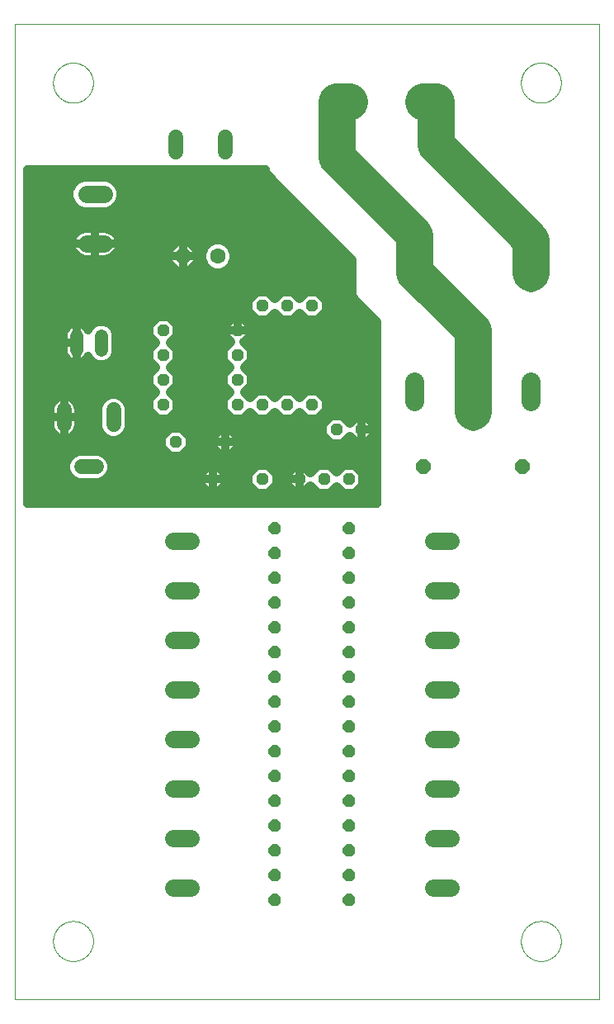
<source format=gbl>
G75*
%MOIN*%
%OFA0B0*%
%FSLAX25Y25*%
%IPPOS*%
%LPD*%
%AMOC8*
5,1,8,0,0,1.08239X$1,22.5*
%
%ADD10C,0.00000*%
%ADD11OC8,0.06300*%
%ADD12C,0.06300*%
%ADD13OC8,0.04800*%
%ADD14C,0.07050*%
%ADD15OC8,0.05906*%
%ADD16OC8,0.05000*%
%ADD17C,0.07800*%
%ADD18OC8,0.04724*%
%ADD19C,0.06000*%
%ADD20OC8,0.06000*%
%ADD21C,0.05400*%
%ADD22C,0.03200*%
%ADD23C,0.07087*%
%ADD24C,0.15000*%
D10*
X0001256Y0001256D02*
X0001256Y0394957D01*
X0237476Y0394957D01*
X0237476Y0001256D01*
X0001256Y0001256D01*
X0016807Y0024878D02*
X0016809Y0025076D01*
X0016817Y0025274D01*
X0016829Y0025472D01*
X0016846Y0025669D01*
X0016868Y0025866D01*
X0016894Y0026062D01*
X0016926Y0026258D01*
X0016962Y0026453D01*
X0017003Y0026646D01*
X0017049Y0026839D01*
X0017099Y0027031D01*
X0017155Y0027221D01*
X0017214Y0027410D01*
X0017279Y0027597D01*
X0017348Y0027783D01*
X0017421Y0027967D01*
X0017499Y0028149D01*
X0017582Y0028329D01*
X0017669Y0028507D01*
X0017760Y0028683D01*
X0017856Y0028856D01*
X0017955Y0029027D01*
X0018059Y0029196D01*
X0018167Y0029362D01*
X0018279Y0029525D01*
X0018395Y0029686D01*
X0018515Y0029844D01*
X0018639Y0029998D01*
X0018767Y0030150D01*
X0018898Y0030298D01*
X0019033Y0030443D01*
X0019171Y0030585D01*
X0019313Y0030723D01*
X0019458Y0030858D01*
X0019606Y0030989D01*
X0019758Y0031117D01*
X0019912Y0031241D01*
X0020070Y0031361D01*
X0020231Y0031477D01*
X0020394Y0031589D01*
X0020560Y0031697D01*
X0020729Y0031801D01*
X0020900Y0031900D01*
X0021073Y0031996D01*
X0021249Y0032087D01*
X0021427Y0032174D01*
X0021607Y0032257D01*
X0021789Y0032335D01*
X0021973Y0032408D01*
X0022159Y0032477D01*
X0022346Y0032542D01*
X0022535Y0032601D01*
X0022725Y0032657D01*
X0022917Y0032707D01*
X0023110Y0032753D01*
X0023303Y0032794D01*
X0023498Y0032830D01*
X0023694Y0032862D01*
X0023890Y0032888D01*
X0024087Y0032910D01*
X0024284Y0032927D01*
X0024482Y0032939D01*
X0024680Y0032947D01*
X0024878Y0032949D01*
X0025076Y0032947D01*
X0025274Y0032939D01*
X0025472Y0032927D01*
X0025669Y0032910D01*
X0025866Y0032888D01*
X0026062Y0032862D01*
X0026258Y0032830D01*
X0026453Y0032794D01*
X0026646Y0032753D01*
X0026839Y0032707D01*
X0027031Y0032657D01*
X0027221Y0032601D01*
X0027410Y0032542D01*
X0027597Y0032477D01*
X0027783Y0032408D01*
X0027967Y0032335D01*
X0028149Y0032257D01*
X0028329Y0032174D01*
X0028507Y0032087D01*
X0028683Y0031996D01*
X0028856Y0031900D01*
X0029027Y0031801D01*
X0029196Y0031697D01*
X0029362Y0031589D01*
X0029525Y0031477D01*
X0029686Y0031361D01*
X0029844Y0031241D01*
X0029998Y0031117D01*
X0030150Y0030989D01*
X0030298Y0030858D01*
X0030443Y0030723D01*
X0030585Y0030585D01*
X0030723Y0030443D01*
X0030858Y0030298D01*
X0030989Y0030150D01*
X0031117Y0029998D01*
X0031241Y0029844D01*
X0031361Y0029686D01*
X0031477Y0029525D01*
X0031589Y0029362D01*
X0031697Y0029196D01*
X0031801Y0029027D01*
X0031900Y0028856D01*
X0031996Y0028683D01*
X0032087Y0028507D01*
X0032174Y0028329D01*
X0032257Y0028149D01*
X0032335Y0027967D01*
X0032408Y0027783D01*
X0032477Y0027597D01*
X0032542Y0027410D01*
X0032601Y0027221D01*
X0032657Y0027031D01*
X0032707Y0026839D01*
X0032753Y0026646D01*
X0032794Y0026453D01*
X0032830Y0026258D01*
X0032862Y0026062D01*
X0032888Y0025866D01*
X0032910Y0025669D01*
X0032927Y0025472D01*
X0032939Y0025274D01*
X0032947Y0025076D01*
X0032949Y0024878D01*
X0032947Y0024680D01*
X0032939Y0024482D01*
X0032927Y0024284D01*
X0032910Y0024087D01*
X0032888Y0023890D01*
X0032862Y0023694D01*
X0032830Y0023498D01*
X0032794Y0023303D01*
X0032753Y0023110D01*
X0032707Y0022917D01*
X0032657Y0022725D01*
X0032601Y0022535D01*
X0032542Y0022346D01*
X0032477Y0022159D01*
X0032408Y0021973D01*
X0032335Y0021789D01*
X0032257Y0021607D01*
X0032174Y0021427D01*
X0032087Y0021249D01*
X0031996Y0021073D01*
X0031900Y0020900D01*
X0031801Y0020729D01*
X0031697Y0020560D01*
X0031589Y0020394D01*
X0031477Y0020231D01*
X0031361Y0020070D01*
X0031241Y0019912D01*
X0031117Y0019758D01*
X0030989Y0019606D01*
X0030858Y0019458D01*
X0030723Y0019313D01*
X0030585Y0019171D01*
X0030443Y0019033D01*
X0030298Y0018898D01*
X0030150Y0018767D01*
X0029998Y0018639D01*
X0029844Y0018515D01*
X0029686Y0018395D01*
X0029525Y0018279D01*
X0029362Y0018167D01*
X0029196Y0018059D01*
X0029027Y0017955D01*
X0028856Y0017856D01*
X0028683Y0017760D01*
X0028507Y0017669D01*
X0028329Y0017582D01*
X0028149Y0017499D01*
X0027967Y0017421D01*
X0027783Y0017348D01*
X0027597Y0017279D01*
X0027410Y0017214D01*
X0027221Y0017155D01*
X0027031Y0017099D01*
X0026839Y0017049D01*
X0026646Y0017003D01*
X0026453Y0016962D01*
X0026258Y0016926D01*
X0026062Y0016894D01*
X0025866Y0016868D01*
X0025669Y0016846D01*
X0025472Y0016829D01*
X0025274Y0016817D01*
X0025076Y0016809D01*
X0024878Y0016807D01*
X0024680Y0016809D01*
X0024482Y0016817D01*
X0024284Y0016829D01*
X0024087Y0016846D01*
X0023890Y0016868D01*
X0023694Y0016894D01*
X0023498Y0016926D01*
X0023303Y0016962D01*
X0023110Y0017003D01*
X0022917Y0017049D01*
X0022725Y0017099D01*
X0022535Y0017155D01*
X0022346Y0017214D01*
X0022159Y0017279D01*
X0021973Y0017348D01*
X0021789Y0017421D01*
X0021607Y0017499D01*
X0021427Y0017582D01*
X0021249Y0017669D01*
X0021073Y0017760D01*
X0020900Y0017856D01*
X0020729Y0017955D01*
X0020560Y0018059D01*
X0020394Y0018167D01*
X0020231Y0018279D01*
X0020070Y0018395D01*
X0019912Y0018515D01*
X0019758Y0018639D01*
X0019606Y0018767D01*
X0019458Y0018898D01*
X0019313Y0019033D01*
X0019171Y0019171D01*
X0019033Y0019313D01*
X0018898Y0019458D01*
X0018767Y0019606D01*
X0018639Y0019758D01*
X0018515Y0019912D01*
X0018395Y0020070D01*
X0018279Y0020231D01*
X0018167Y0020394D01*
X0018059Y0020560D01*
X0017955Y0020729D01*
X0017856Y0020900D01*
X0017760Y0021073D01*
X0017669Y0021249D01*
X0017582Y0021427D01*
X0017499Y0021607D01*
X0017421Y0021789D01*
X0017348Y0021973D01*
X0017279Y0022159D01*
X0017214Y0022346D01*
X0017155Y0022535D01*
X0017099Y0022725D01*
X0017049Y0022917D01*
X0017003Y0023110D01*
X0016962Y0023303D01*
X0016926Y0023498D01*
X0016894Y0023694D01*
X0016868Y0023890D01*
X0016846Y0024087D01*
X0016829Y0024284D01*
X0016817Y0024482D01*
X0016809Y0024680D01*
X0016807Y0024878D01*
X0205783Y0024878D02*
X0205785Y0025076D01*
X0205793Y0025274D01*
X0205805Y0025472D01*
X0205822Y0025669D01*
X0205844Y0025866D01*
X0205870Y0026062D01*
X0205902Y0026258D01*
X0205938Y0026453D01*
X0205979Y0026646D01*
X0206025Y0026839D01*
X0206075Y0027031D01*
X0206131Y0027221D01*
X0206190Y0027410D01*
X0206255Y0027597D01*
X0206324Y0027783D01*
X0206397Y0027967D01*
X0206475Y0028149D01*
X0206558Y0028329D01*
X0206645Y0028507D01*
X0206736Y0028683D01*
X0206832Y0028856D01*
X0206931Y0029027D01*
X0207035Y0029196D01*
X0207143Y0029362D01*
X0207255Y0029525D01*
X0207371Y0029686D01*
X0207491Y0029844D01*
X0207615Y0029998D01*
X0207743Y0030150D01*
X0207874Y0030298D01*
X0208009Y0030443D01*
X0208147Y0030585D01*
X0208289Y0030723D01*
X0208434Y0030858D01*
X0208582Y0030989D01*
X0208734Y0031117D01*
X0208888Y0031241D01*
X0209046Y0031361D01*
X0209207Y0031477D01*
X0209370Y0031589D01*
X0209536Y0031697D01*
X0209705Y0031801D01*
X0209876Y0031900D01*
X0210049Y0031996D01*
X0210225Y0032087D01*
X0210403Y0032174D01*
X0210583Y0032257D01*
X0210765Y0032335D01*
X0210949Y0032408D01*
X0211135Y0032477D01*
X0211322Y0032542D01*
X0211511Y0032601D01*
X0211701Y0032657D01*
X0211893Y0032707D01*
X0212086Y0032753D01*
X0212279Y0032794D01*
X0212474Y0032830D01*
X0212670Y0032862D01*
X0212866Y0032888D01*
X0213063Y0032910D01*
X0213260Y0032927D01*
X0213458Y0032939D01*
X0213656Y0032947D01*
X0213854Y0032949D01*
X0214052Y0032947D01*
X0214250Y0032939D01*
X0214448Y0032927D01*
X0214645Y0032910D01*
X0214842Y0032888D01*
X0215038Y0032862D01*
X0215234Y0032830D01*
X0215429Y0032794D01*
X0215622Y0032753D01*
X0215815Y0032707D01*
X0216007Y0032657D01*
X0216197Y0032601D01*
X0216386Y0032542D01*
X0216573Y0032477D01*
X0216759Y0032408D01*
X0216943Y0032335D01*
X0217125Y0032257D01*
X0217305Y0032174D01*
X0217483Y0032087D01*
X0217659Y0031996D01*
X0217832Y0031900D01*
X0218003Y0031801D01*
X0218172Y0031697D01*
X0218338Y0031589D01*
X0218501Y0031477D01*
X0218662Y0031361D01*
X0218820Y0031241D01*
X0218974Y0031117D01*
X0219126Y0030989D01*
X0219274Y0030858D01*
X0219419Y0030723D01*
X0219561Y0030585D01*
X0219699Y0030443D01*
X0219834Y0030298D01*
X0219965Y0030150D01*
X0220093Y0029998D01*
X0220217Y0029844D01*
X0220337Y0029686D01*
X0220453Y0029525D01*
X0220565Y0029362D01*
X0220673Y0029196D01*
X0220777Y0029027D01*
X0220876Y0028856D01*
X0220972Y0028683D01*
X0221063Y0028507D01*
X0221150Y0028329D01*
X0221233Y0028149D01*
X0221311Y0027967D01*
X0221384Y0027783D01*
X0221453Y0027597D01*
X0221518Y0027410D01*
X0221577Y0027221D01*
X0221633Y0027031D01*
X0221683Y0026839D01*
X0221729Y0026646D01*
X0221770Y0026453D01*
X0221806Y0026258D01*
X0221838Y0026062D01*
X0221864Y0025866D01*
X0221886Y0025669D01*
X0221903Y0025472D01*
X0221915Y0025274D01*
X0221923Y0025076D01*
X0221925Y0024878D01*
X0221923Y0024680D01*
X0221915Y0024482D01*
X0221903Y0024284D01*
X0221886Y0024087D01*
X0221864Y0023890D01*
X0221838Y0023694D01*
X0221806Y0023498D01*
X0221770Y0023303D01*
X0221729Y0023110D01*
X0221683Y0022917D01*
X0221633Y0022725D01*
X0221577Y0022535D01*
X0221518Y0022346D01*
X0221453Y0022159D01*
X0221384Y0021973D01*
X0221311Y0021789D01*
X0221233Y0021607D01*
X0221150Y0021427D01*
X0221063Y0021249D01*
X0220972Y0021073D01*
X0220876Y0020900D01*
X0220777Y0020729D01*
X0220673Y0020560D01*
X0220565Y0020394D01*
X0220453Y0020231D01*
X0220337Y0020070D01*
X0220217Y0019912D01*
X0220093Y0019758D01*
X0219965Y0019606D01*
X0219834Y0019458D01*
X0219699Y0019313D01*
X0219561Y0019171D01*
X0219419Y0019033D01*
X0219274Y0018898D01*
X0219126Y0018767D01*
X0218974Y0018639D01*
X0218820Y0018515D01*
X0218662Y0018395D01*
X0218501Y0018279D01*
X0218338Y0018167D01*
X0218172Y0018059D01*
X0218003Y0017955D01*
X0217832Y0017856D01*
X0217659Y0017760D01*
X0217483Y0017669D01*
X0217305Y0017582D01*
X0217125Y0017499D01*
X0216943Y0017421D01*
X0216759Y0017348D01*
X0216573Y0017279D01*
X0216386Y0017214D01*
X0216197Y0017155D01*
X0216007Y0017099D01*
X0215815Y0017049D01*
X0215622Y0017003D01*
X0215429Y0016962D01*
X0215234Y0016926D01*
X0215038Y0016894D01*
X0214842Y0016868D01*
X0214645Y0016846D01*
X0214448Y0016829D01*
X0214250Y0016817D01*
X0214052Y0016809D01*
X0213854Y0016807D01*
X0213656Y0016809D01*
X0213458Y0016817D01*
X0213260Y0016829D01*
X0213063Y0016846D01*
X0212866Y0016868D01*
X0212670Y0016894D01*
X0212474Y0016926D01*
X0212279Y0016962D01*
X0212086Y0017003D01*
X0211893Y0017049D01*
X0211701Y0017099D01*
X0211511Y0017155D01*
X0211322Y0017214D01*
X0211135Y0017279D01*
X0210949Y0017348D01*
X0210765Y0017421D01*
X0210583Y0017499D01*
X0210403Y0017582D01*
X0210225Y0017669D01*
X0210049Y0017760D01*
X0209876Y0017856D01*
X0209705Y0017955D01*
X0209536Y0018059D01*
X0209370Y0018167D01*
X0209207Y0018279D01*
X0209046Y0018395D01*
X0208888Y0018515D01*
X0208734Y0018639D01*
X0208582Y0018767D01*
X0208434Y0018898D01*
X0208289Y0019033D01*
X0208147Y0019171D01*
X0208009Y0019313D01*
X0207874Y0019458D01*
X0207743Y0019606D01*
X0207615Y0019758D01*
X0207491Y0019912D01*
X0207371Y0020070D01*
X0207255Y0020231D01*
X0207143Y0020394D01*
X0207035Y0020560D01*
X0206931Y0020729D01*
X0206832Y0020900D01*
X0206736Y0021073D01*
X0206645Y0021249D01*
X0206558Y0021427D01*
X0206475Y0021607D01*
X0206397Y0021789D01*
X0206324Y0021973D01*
X0206255Y0022159D01*
X0206190Y0022346D01*
X0206131Y0022535D01*
X0206075Y0022725D01*
X0206025Y0022917D01*
X0205979Y0023110D01*
X0205938Y0023303D01*
X0205902Y0023498D01*
X0205870Y0023694D01*
X0205844Y0023890D01*
X0205822Y0024087D01*
X0205805Y0024284D01*
X0205793Y0024482D01*
X0205785Y0024680D01*
X0205783Y0024878D01*
X0205783Y0371335D02*
X0205785Y0371533D01*
X0205793Y0371731D01*
X0205805Y0371929D01*
X0205822Y0372126D01*
X0205844Y0372323D01*
X0205870Y0372519D01*
X0205902Y0372715D01*
X0205938Y0372910D01*
X0205979Y0373103D01*
X0206025Y0373296D01*
X0206075Y0373488D01*
X0206131Y0373678D01*
X0206190Y0373867D01*
X0206255Y0374054D01*
X0206324Y0374240D01*
X0206397Y0374424D01*
X0206475Y0374606D01*
X0206558Y0374786D01*
X0206645Y0374964D01*
X0206736Y0375140D01*
X0206832Y0375313D01*
X0206931Y0375484D01*
X0207035Y0375653D01*
X0207143Y0375819D01*
X0207255Y0375982D01*
X0207371Y0376143D01*
X0207491Y0376301D01*
X0207615Y0376455D01*
X0207743Y0376607D01*
X0207874Y0376755D01*
X0208009Y0376900D01*
X0208147Y0377042D01*
X0208289Y0377180D01*
X0208434Y0377315D01*
X0208582Y0377446D01*
X0208734Y0377574D01*
X0208888Y0377698D01*
X0209046Y0377818D01*
X0209207Y0377934D01*
X0209370Y0378046D01*
X0209536Y0378154D01*
X0209705Y0378258D01*
X0209876Y0378357D01*
X0210049Y0378453D01*
X0210225Y0378544D01*
X0210403Y0378631D01*
X0210583Y0378714D01*
X0210765Y0378792D01*
X0210949Y0378865D01*
X0211135Y0378934D01*
X0211322Y0378999D01*
X0211511Y0379058D01*
X0211701Y0379114D01*
X0211893Y0379164D01*
X0212086Y0379210D01*
X0212279Y0379251D01*
X0212474Y0379287D01*
X0212670Y0379319D01*
X0212866Y0379345D01*
X0213063Y0379367D01*
X0213260Y0379384D01*
X0213458Y0379396D01*
X0213656Y0379404D01*
X0213854Y0379406D01*
X0214052Y0379404D01*
X0214250Y0379396D01*
X0214448Y0379384D01*
X0214645Y0379367D01*
X0214842Y0379345D01*
X0215038Y0379319D01*
X0215234Y0379287D01*
X0215429Y0379251D01*
X0215622Y0379210D01*
X0215815Y0379164D01*
X0216007Y0379114D01*
X0216197Y0379058D01*
X0216386Y0378999D01*
X0216573Y0378934D01*
X0216759Y0378865D01*
X0216943Y0378792D01*
X0217125Y0378714D01*
X0217305Y0378631D01*
X0217483Y0378544D01*
X0217659Y0378453D01*
X0217832Y0378357D01*
X0218003Y0378258D01*
X0218172Y0378154D01*
X0218338Y0378046D01*
X0218501Y0377934D01*
X0218662Y0377818D01*
X0218820Y0377698D01*
X0218974Y0377574D01*
X0219126Y0377446D01*
X0219274Y0377315D01*
X0219419Y0377180D01*
X0219561Y0377042D01*
X0219699Y0376900D01*
X0219834Y0376755D01*
X0219965Y0376607D01*
X0220093Y0376455D01*
X0220217Y0376301D01*
X0220337Y0376143D01*
X0220453Y0375982D01*
X0220565Y0375819D01*
X0220673Y0375653D01*
X0220777Y0375484D01*
X0220876Y0375313D01*
X0220972Y0375140D01*
X0221063Y0374964D01*
X0221150Y0374786D01*
X0221233Y0374606D01*
X0221311Y0374424D01*
X0221384Y0374240D01*
X0221453Y0374054D01*
X0221518Y0373867D01*
X0221577Y0373678D01*
X0221633Y0373488D01*
X0221683Y0373296D01*
X0221729Y0373103D01*
X0221770Y0372910D01*
X0221806Y0372715D01*
X0221838Y0372519D01*
X0221864Y0372323D01*
X0221886Y0372126D01*
X0221903Y0371929D01*
X0221915Y0371731D01*
X0221923Y0371533D01*
X0221925Y0371335D01*
X0221923Y0371137D01*
X0221915Y0370939D01*
X0221903Y0370741D01*
X0221886Y0370544D01*
X0221864Y0370347D01*
X0221838Y0370151D01*
X0221806Y0369955D01*
X0221770Y0369760D01*
X0221729Y0369567D01*
X0221683Y0369374D01*
X0221633Y0369182D01*
X0221577Y0368992D01*
X0221518Y0368803D01*
X0221453Y0368616D01*
X0221384Y0368430D01*
X0221311Y0368246D01*
X0221233Y0368064D01*
X0221150Y0367884D01*
X0221063Y0367706D01*
X0220972Y0367530D01*
X0220876Y0367357D01*
X0220777Y0367186D01*
X0220673Y0367017D01*
X0220565Y0366851D01*
X0220453Y0366688D01*
X0220337Y0366527D01*
X0220217Y0366369D01*
X0220093Y0366215D01*
X0219965Y0366063D01*
X0219834Y0365915D01*
X0219699Y0365770D01*
X0219561Y0365628D01*
X0219419Y0365490D01*
X0219274Y0365355D01*
X0219126Y0365224D01*
X0218974Y0365096D01*
X0218820Y0364972D01*
X0218662Y0364852D01*
X0218501Y0364736D01*
X0218338Y0364624D01*
X0218172Y0364516D01*
X0218003Y0364412D01*
X0217832Y0364313D01*
X0217659Y0364217D01*
X0217483Y0364126D01*
X0217305Y0364039D01*
X0217125Y0363956D01*
X0216943Y0363878D01*
X0216759Y0363805D01*
X0216573Y0363736D01*
X0216386Y0363671D01*
X0216197Y0363612D01*
X0216007Y0363556D01*
X0215815Y0363506D01*
X0215622Y0363460D01*
X0215429Y0363419D01*
X0215234Y0363383D01*
X0215038Y0363351D01*
X0214842Y0363325D01*
X0214645Y0363303D01*
X0214448Y0363286D01*
X0214250Y0363274D01*
X0214052Y0363266D01*
X0213854Y0363264D01*
X0213656Y0363266D01*
X0213458Y0363274D01*
X0213260Y0363286D01*
X0213063Y0363303D01*
X0212866Y0363325D01*
X0212670Y0363351D01*
X0212474Y0363383D01*
X0212279Y0363419D01*
X0212086Y0363460D01*
X0211893Y0363506D01*
X0211701Y0363556D01*
X0211511Y0363612D01*
X0211322Y0363671D01*
X0211135Y0363736D01*
X0210949Y0363805D01*
X0210765Y0363878D01*
X0210583Y0363956D01*
X0210403Y0364039D01*
X0210225Y0364126D01*
X0210049Y0364217D01*
X0209876Y0364313D01*
X0209705Y0364412D01*
X0209536Y0364516D01*
X0209370Y0364624D01*
X0209207Y0364736D01*
X0209046Y0364852D01*
X0208888Y0364972D01*
X0208734Y0365096D01*
X0208582Y0365224D01*
X0208434Y0365355D01*
X0208289Y0365490D01*
X0208147Y0365628D01*
X0208009Y0365770D01*
X0207874Y0365915D01*
X0207743Y0366063D01*
X0207615Y0366215D01*
X0207491Y0366369D01*
X0207371Y0366527D01*
X0207255Y0366688D01*
X0207143Y0366851D01*
X0207035Y0367017D01*
X0206931Y0367186D01*
X0206832Y0367357D01*
X0206736Y0367530D01*
X0206645Y0367706D01*
X0206558Y0367884D01*
X0206475Y0368064D01*
X0206397Y0368246D01*
X0206324Y0368430D01*
X0206255Y0368616D01*
X0206190Y0368803D01*
X0206131Y0368992D01*
X0206075Y0369182D01*
X0206025Y0369374D01*
X0205979Y0369567D01*
X0205938Y0369760D01*
X0205902Y0369955D01*
X0205870Y0370151D01*
X0205844Y0370347D01*
X0205822Y0370544D01*
X0205805Y0370741D01*
X0205793Y0370939D01*
X0205785Y0371137D01*
X0205783Y0371335D01*
X0016807Y0371335D02*
X0016809Y0371533D01*
X0016817Y0371731D01*
X0016829Y0371929D01*
X0016846Y0372126D01*
X0016868Y0372323D01*
X0016894Y0372519D01*
X0016926Y0372715D01*
X0016962Y0372910D01*
X0017003Y0373103D01*
X0017049Y0373296D01*
X0017099Y0373488D01*
X0017155Y0373678D01*
X0017214Y0373867D01*
X0017279Y0374054D01*
X0017348Y0374240D01*
X0017421Y0374424D01*
X0017499Y0374606D01*
X0017582Y0374786D01*
X0017669Y0374964D01*
X0017760Y0375140D01*
X0017856Y0375313D01*
X0017955Y0375484D01*
X0018059Y0375653D01*
X0018167Y0375819D01*
X0018279Y0375982D01*
X0018395Y0376143D01*
X0018515Y0376301D01*
X0018639Y0376455D01*
X0018767Y0376607D01*
X0018898Y0376755D01*
X0019033Y0376900D01*
X0019171Y0377042D01*
X0019313Y0377180D01*
X0019458Y0377315D01*
X0019606Y0377446D01*
X0019758Y0377574D01*
X0019912Y0377698D01*
X0020070Y0377818D01*
X0020231Y0377934D01*
X0020394Y0378046D01*
X0020560Y0378154D01*
X0020729Y0378258D01*
X0020900Y0378357D01*
X0021073Y0378453D01*
X0021249Y0378544D01*
X0021427Y0378631D01*
X0021607Y0378714D01*
X0021789Y0378792D01*
X0021973Y0378865D01*
X0022159Y0378934D01*
X0022346Y0378999D01*
X0022535Y0379058D01*
X0022725Y0379114D01*
X0022917Y0379164D01*
X0023110Y0379210D01*
X0023303Y0379251D01*
X0023498Y0379287D01*
X0023694Y0379319D01*
X0023890Y0379345D01*
X0024087Y0379367D01*
X0024284Y0379384D01*
X0024482Y0379396D01*
X0024680Y0379404D01*
X0024878Y0379406D01*
X0025076Y0379404D01*
X0025274Y0379396D01*
X0025472Y0379384D01*
X0025669Y0379367D01*
X0025866Y0379345D01*
X0026062Y0379319D01*
X0026258Y0379287D01*
X0026453Y0379251D01*
X0026646Y0379210D01*
X0026839Y0379164D01*
X0027031Y0379114D01*
X0027221Y0379058D01*
X0027410Y0378999D01*
X0027597Y0378934D01*
X0027783Y0378865D01*
X0027967Y0378792D01*
X0028149Y0378714D01*
X0028329Y0378631D01*
X0028507Y0378544D01*
X0028683Y0378453D01*
X0028856Y0378357D01*
X0029027Y0378258D01*
X0029196Y0378154D01*
X0029362Y0378046D01*
X0029525Y0377934D01*
X0029686Y0377818D01*
X0029844Y0377698D01*
X0029998Y0377574D01*
X0030150Y0377446D01*
X0030298Y0377315D01*
X0030443Y0377180D01*
X0030585Y0377042D01*
X0030723Y0376900D01*
X0030858Y0376755D01*
X0030989Y0376607D01*
X0031117Y0376455D01*
X0031241Y0376301D01*
X0031361Y0376143D01*
X0031477Y0375982D01*
X0031589Y0375819D01*
X0031697Y0375653D01*
X0031801Y0375484D01*
X0031900Y0375313D01*
X0031996Y0375140D01*
X0032087Y0374964D01*
X0032174Y0374786D01*
X0032257Y0374606D01*
X0032335Y0374424D01*
X0032408Y0374240D01*
X0032477Y0374054D01*
X0032542Y0373867D01*
X0032601Y0373678D01*
X0032657Y0373488D01*
X0032707Y0373296D01*
X0032753Y0373103D01*
X0032794Y0372910D01*
X0032830Y0372715D01*
X0032862Y0372519D01*
X0032888Y0372323D01*
X0032910Y0372126D01*
X0032927Y0371929D01*
X0032939Y0371731D01*
X0032947Y0371533D01*
X0032949Y0371335D01*
X0032947Y0371137D01*
X0032939Y0370939D01*
X0032927Y0370741D01*
X0032910Y0370544D01*
X0032888Y0370347D01*
X0032862Y0370151D01*
X0032830Y0369955D01*
X0032794Y0369760D01*
X0032753Y0369567D01*
X0032707Y0369374D01*
X0032657Y0369182D01*
X0032601Y0368992D01*
X0032542Y0368803D01*
X0032477Y0368616D01*
X0032408Y0368430D01*
X0032335Y0368246D01*
X0032257Y0368064D01*
X0032174Y0367884D01*
X0032087Y0367706D01*
X0031996Y0367530D01*
X0031900Y0367357D01*
X0031801Y0367186D01*
X0031697Y0367017D01*
X0031589Y0366851D01*
X0031477Y0366688D01*
X0031361Y0366527D01*
X0031241Y0366369D01*
X0031117Y0366215D01*
X0030989Y0366063D01*
X0030858Y0365915D01*
X0030723Y0365770D01*
X0030585Y0365628D01*
X0030443Y0365490D01*
X0030298Y0365355D01*
X0030150Y0365224D01*
X0029998Y0365096D01*
X0029844Y0364972D01*
X0029686Y0364852D01*
X0029525Y0364736D01*
X0029362Y0364624D01*
X0029196Y0364516D01*
X0029027Y0364412D01*
X0028856Y0364313D01*
X0028683Y0364217D01*
X0028507Y0364126D01*
X0028329Y0364039D01*
X0028149Y0363956D01*
X0027967Y0363878D01*
X0027783Y0363805D01*
X0027597Y0363736D01*
X0027410Y0363671D01*
X0027221Y0363612D01*
X0027031Y0363556D01*
X0026839Y0363506D01*
X0026646Y0363460D01*
X0026453Y0363419D01*
X0026258Y0363383D01*
X0026062Y0363351D01*
X0025866Y0363325D01*
X0025669Y0363303D01*
X0025472Y0363286D01*
X0025274Y0363274D01*
X0025076Y0363266D01*
X0024878Y0363264D01*
X0024680Y0363266D01*
X0024482Y0363274D01*
X0024284Y0363286D01*
X0024087Y0363303D01*
X0023890Y0363325D01*
X0023694Y0363351D01*
X0023498Y0363383D01*
X0023303Y0363419D01*
X0023110Y0363460D01*
X0022917Y0363506D01*
X0022725Y0363556D01*
X0022535Y0363612D01*
X0022346Y0363671D01*
X0022159Y0363736D01*
X0021973Y0363805D01*
X0021789Y0363878D01*
X0021607Y0363956D01*
X0021427Y0364039D01*
X0021249Y0364126D01*
X0021073Y0364217D01*
X0020900Y0364313D01*
X0020729Y0364412D01*
X0020560Y0364516D01*
X0020394Y0364624D01*
X0020231Y0364736D01*
X0020070Y0364852D01*
X0019912Y0364972D01*
X0019758Y0365096D01*
X0019606Y0365224D01*
X0019458Y0365355D01*
X0019313Y0365490D01*
X0019171Y0365628D01*
X0019033Y0365770D01*
X0018898Y0365915D01*
X0018767Y0366063D01*
X0018639Y0366215D01*
X0018515Y0366369D01*
X0018395Y0366527D01*
X0018279Y0366688D01*
X0018167Y0366851D01*
X0018059Y0367017D01*
X0017955Y0367186D01*
X0017856Y0367357D01*
X0017760Y0367530D01*
X0017669Y0367706D01*
X0017582Y0367884D01*
X0017499Y0368064D01*
X0017421Y0368246D01*
X0017348Y0368430D01*
X0017279Y0368616D01*
X0017214Y0368803D01*
X0017155Y0368992D01*
X0017099Y0369182D01*
X0017049Y0369374D01*
X0017003Y0369567D01*
X0016962Y0369760D01*
X0016926Y0369955D01*
X0016894Y0370151D01*
X0016868Y0370347D01*
X0016846Y0370544D01*
X0016829Y0370741D01*
X0016817Y0370939D01*
X0016809Y0371137D01*
X0016807Y0371335D01*
D11*
X0069256Y0301256D03*
D12*
X0083256Y0301256D03*
D13*
X0101256Y0281256D03*
X0111256Y0281256D03*
X0121256Y0281256D03*
X0121256Y0241256D03*
X0111256Y0241256D03*
X0101256Y0241256D03*
X0086256Y0226256D03*
X0081256Y0211256D03*
X0066256Y0226256D03*
X0101256Y0211256D03*
X0131256Y0231256D03*
X0141256Y0231256D03*
D14*
X0170231Y0186256D02*
X0177281Y0186256D01*
X0177281Y0166256D02*
X0170231Y0166256D01*
X0170231Y0146256D02*
X0177281Y0146256D01*
X0177281Y0126256D02*
X0170231Y0126256D01*
X0170231Y0106256D02*
X0177281Y0106256D01*
X0177281Y0086256D02*
X0170231Y0086256D01*
X0170231Y0066256D02*
X0177281Y0066256D01*
X0177281Y0046256D02*
X0170231Y0046256D01*
X0072281Y0046256D02*
X0065231Y0046256D01*
X0065231Y0066256D02*
X0072281Y0066256D01*
X0072281Y0086256D02*
X0065231Y0086256D01*
X0065231Y0106256D02*
X0072281Y0106256D01*
X0072281Y0126256D02*
X0065231Y0126256D01*
X0065231Y0146256D02*
X0072281Y0146256D01*
X0072281Y0166256D02*
X0065231Y0166256D01*
X0065231Y0186256D02*
X0072281Y0186256D01*
X0037281Y0306256D02*
X0030231Y0306256D01*
X0030231Y0326256D02*
X0037281Y0326256D01*
X0131256Y0360231D02*
X0131256Y0367281D01*
X0171256Y0367281D02*
X0171256Y0360231D01*
D15*
X0166256Y0216256D03*
X0206256Y0216256D03*
D16*
X0136256Y0191256D03*
X0136256Y0181256D03*
X0136256Y0171256D03*
X0136256Y0161256D03*
X0136256Y0151256D03*
X0136256Y0141256D03*
X0136256Y0131256D03*
X0136256Y0121256D03*
X0136256Y0111256D03*
X0136256Y0101256D03*
X0136256Y0091256D03*
X0136256Y0081256D03*
X0136256Y0071256D03*
X0136256Y0061256D03*
X0136256Y0051256D03*
X0136256Y0041256D03*
X0106256Y0041256D03*
X0106256Y0051256D03*
X0106256Y0061256D03*
X0106256Y0071256D03*
X0106256Y0081256D03*
X0106256Y0091256D03*
X0106256Y0101256D03*
X0106256Y0111256D03*
X0106256Y0121256D03*
X0106256Y0131256D03*
X0106256Y0141256D03*
X0106256Y0151256D03*
X0106256Y0161256D03*
X0106256Y0171256D03*
X0106256Y0181256D03*
X0106256Y0191256D03*
D17*
X0162756Y0242856D02*
X0162756Y0250656D01*
X0186256Y0242656D02*
X0186256Y0234856D01*
X0209756Y0242856D02*
X0209756Y0250656D01*
X0209756Y0290856D02*
X0209756Y0298656D01*
X0162756Y0298656D02*
X0162756Y0290856D01*
D18*
X0171256Y0286256D03*
X0181256Y0276256D03*
X0186256Y0266256D03*
X0186256Y0251256D03*
X0206256Y0311256D03*
X0196256Y0321256D03*
X0181256Y0336256D03*
X0171256Y0346256D03*
X0151256Y0321256D03*
X0161256Y0311256D03*
X0136256Y0336256D03*
X0131256Y0346256D03*
X0091256Y0271256D03*
X0091256Y0261256D03*
X0091256Y0251256D03*
X0091256Y0241256D03*
X0116256Y0211256D03*
X0126256Y0211256D03*
X0136256Y0211256D03*
X0061256Y0241256D03*
X0061256Y0251256D03*
X0061256Y0261256D03*
X0061256Y0271256D03*
D19*
X0041256Y0239256D02*
X0041256Y0233256D01*
X0034256Y0216256D02*
X0028256Y0216256D01*
X0021256Y0233256D02*
X0021256Y0239256D01*
X0066256Y0343256D02*
X0066256Y0349256D01*
X0086256Y0349256D02*
X0086256Y0343256D01*
D20*
X0146256Y0331256D03*
X0186256Y0331256D03*
D21*
X0036256Y0268956D02*
X0036256Y0263556D01*
X0026256Y0263556D02*
X0026256Y0268956D01*
D22*
X0026256Y0269931D02*
X0026256Y0269931D01*
X0026256Y0273129D02*
X0026256Y0273129D01*
X0026256Y0274256D02*
X0025839Y0274256D01*
X0025015Y0274125D01*
X0024221Y0273868D01*
X0023478Y0273489D01*
X0022803Y0272999D01*
X0022213Y0272409D01*
X0021723Y0271734D01*
X0021344Y0270990D01*
X0021086Y0270197D01*
X0020956Y0269373D01*
X0020956Y0266256D01*
X0026256Y0266256D01*
X0026256Y0266256D01*
X0026256Y0274256D01*
X0026673Y0274256D01*
X0027497Y0274125D01*
X0028290Y0273868D01*
X0029034Y0273489D01*
X0029709Y0272999D01*
X0030299Y0272409D01*
X0030789Y0271734D01*
X0030917Y0271483D01*
X0031254Y0272298D01*
X0032914Y0273958D01*
X0035082Y0274856D01*
X0037429Y0274856D01*
X0039598Y0273958D01*
X0041258Y0272298D01*
X0042156Y0270129D01*
X0042156Y0262382D01*
X0041258Y0260214D01*
X0039598Y0258554D01*
X0037429Y0257656D01*
X0035082Y0257656D01*
X0032914Y0258554D01*
X0031254Y0260214D01*
X0030917Y0261029D01*
X0030789Y0260778D01*
X0030299Y0260103D01*
X0029709Y0259513D01*
X0029034Y0259023D01*
X0028290Y0258644D01*
X0027497Y0258386D01*
X0026673Y0258256D01*
X0026256Y0258256D01*
X0026256Y0266256D01*
X0026256Y0274256D01*
X0029529Y0273129D02*
X0032086Y0273129D01*
X0026256Y0266732D02*
X0026256Y0266732D01*
X0026256Y0266256D02*
X0026256Y0266256D01*
X0026256Y0266256D01*
X0026256Y0258256D01*
X0025839Y0258256D01*
X0025015Y0258386D01*
X0024221Y0258644D01*
X0023478Y0259023D01*
X0022803Y0259513D01*
X0022213Y0260103D01*
X0021723Y0260778D01*
X0021344Y0261521D01*
X0021086Y0262315D01*
X0020956Y0263139D01*
X0020956Y0266256D01*
X0026256Y0266256D01*
X0026256Y0263534D02*
X0026256Y0263534D01*
X0026256Y0260335D02*
X0026256Y0260335D01*
X0030467Y0260335D02*
X0031204Y0260335D01*
X0022045Y0260335D02*
X0006256Y0260335D01*
X0006256Y0257137D02*
X0057509Y0257137D01*
X0058390Y0256256D02*
X0055694Y0253560D01*
X0055694Y0248952D01*
X0058390Y0246256D01*
X0055694Y0243560D01*
X0055694Y0238952D01*
X0058952Y0235694D01*
X0063560Y0235694D01*
X0066818Y0238952D01*
X0066818Y0243560D01*
X0064122Y0246256D01*
X0066818Y0248952D01*
X0066818Y0253560D01*
X0064122Y0256256D01*
X0066818Y0258952D01*
X0066818Y0263560D01*
X0064122Y0266256D01*
X0066818Y0268952D01*
X0066818Y0273560D01*
X0063560Y0276818D01*
X0058952Y0276818D01*
X0055694Y0273560D01*
X0055694Y0268952D01*
X0058390Y0266256D01*
X0055694Y0263560D01*
X0055694Y0258952D01*
X0058390Y0256256D01*
X0056072Y0253938D02*
X0006256Y0253938D01*
X0006256Y0250740D02*
X0055694Y0250740D01*
X0057104Y0247541D02*
X0006256Y0247541D01*
X0006256Y0244343D02*
X0018904Y0244343D01*
X0019106Y0244446D02*
X0018321Y0244045D01*
X0017608Y0243527D01*
X0016984Y0242904D01*
X0016466Y0242191D01*
X0016066Y0241406D01*
X0015794Y0240567D01*
X0015656Y0239697D01*
X0015656Y0236256D01*
X0021256Y0236256D01*
X0021256Y0236256D01*
X0021256Y0244856D01*
X0021697Y0244856D01*
X0022567Y0244718D01*
X0023406Y0244446D01*
X0024191Y0244045D01*
X0024904Y0243527D01*
X0025527Y0242904D01*
X0026045Y0242191D01*
X0026446Y0241406D01*
X0026718Y0240567D01*
X0026856Y0239697D01*
X0026856Y0236256D01*
X0021256Y0236256D01*
X0021256Y0236256D01*
X0021256Y0244856D01*
X0020815Y0244856D01*
X0019945Y0244718D01*
X0019106Y0244446D01*
X0021256Y0244343D02*
X0021256Y0244343D01*
X0023607Y0244343D02*
X0037575Y0244343D01*
X0037744Y0244512D02*
X0036000Y0242768D01*
X0035056Y0240489D01*
X0035056Y0232023D01*
X0036000Y0229744D01*
X0037744Y0228000D01*
X0040023Y0227056D01*
X0042489Y0227056D01*
X0044768Y0228000D01*
X0046512Y0229744D01*
X0047456Y0232023D01*
X0047456Y0240489D01*
X0046512Y0242768D01*
X0044768Y0244512D01*
X0042489Y0245456D01*
X0040023Y0245456D01*
X0037744Y0244512D01*
X0035327Y0241144D02*
X0026531Y0241144D01*
X0026856Y0237946D02*
X0035056Y0237946D01*
X0035056Y0234747D02*
X0026856Y0234747D01*
X0026856Y0236256D02*
X0021256Y0236256D01*
X0021256Y0236256D01*
X0021256Y0227656D01*
X0021697Y0227656D01*
X0022567Y0227794D01*
X0023406Y0228066D01*
X0024191Y0228466D01*
X0024904Y0228984D01*
X0025527Y0229608D01*
X0026045Y0230321D01*
X0026446Y0231106D01*
X0026718Y0231945D01*
X0026856Y0232815D01*
X0026856Y0236256D01*
X0026589Y0231549D02*
X0035252Y0231549D01*
X0037393Y0228350D02*
X0023963Y0228350D01*
X0021256Y0228350D02*
X0021256Y0228350D01*
X0021256Y0227656D02*
X0021256Y0236256D01*
X0021256Y0236256D01*
X0015656Y0236256D01*
X0015656Y0232815D01*
X0015794Y0231945D01*
X0016066Y0231106D01*
X0016466Y0230321D01*
X0016984Y0229608D01*
X0017608Y0228984D01*
X0018321Y0228466D01*
X0019106Y0228066D01*
X0019945Y0227794D01*
X0020815Y0227656D01*
X0021256Y0227656D01*
X0018549Y0228350D02*
X0006256Y0228350D01*
X0006256Y0225152D02*
X0060656Y0225152D01*
X0060656Y0223936D02*
X0063936Y0220656D01*
X0068575Y0220656D01*
X0071856Y0223936D01*
X0071856Y0228575D01*
X0068575Y0231856D01*
X0063936Y0231856D01*
X0060656Y0228575D01*
X0060656Y0223936D01*
X0062639Y0221953D02*
X0036703Y0221953D01*
X0037768Y0221512D02*
X0035489Y0222456D01*
X0027023Y0222456D01*
X0024744Y0221512D01*
X0023000Y0219768D01*
X0022056Y0217489D01*
X0022056Y0215023D01*
X0023000Y0212744D01*
X0024744Y0211000D01*
X0027023Y0210056D01*
X0035489Y0210056D01*
X0037768Y0211000D01*
X0039512Y0212744D01*
X0040456Y0215023D01*
X0040456Y0217489D01*
X0039512Y0219768D01*
X0037768Y0221512D01*
X0039932Y0218755D02*
X0147756Y0218755D01*
X0147756Y0221953D02*
X0089024Y0221953D01*
X0088327Y0221256D02*
X0091256Y0224185D01*
X0091256Y0226256D01*
X0091256Y0228327D01*
X0088327Y0231256D01*
X0086256Y0231256D01*
X0086256Y0226256D01*
X0091256Y0226256D01*
X0086256Y0226256D01*
X0086256Y0226256D01*
X0086256Y0226256D01*
X0086256Y0231256D01*
X0084185Y0231256D01*
X0081256Y0228327D01*
X0081256Y0226256D01*
X0086256Y0226256D01*
X0086256Y0221256D01*
X0088327Y0221256D01*
X0086256Y0221256D02*
X0086256Y0226256D01*
X0086256Y0226256D01*
X0086256Y0226256D01*
X0081256Y0226256D01*
X0081256Y0224185D01*
X0084185Y0221256D01*
X0086256Y0221256D01*
X0086256Y0221953D02*
X0086256Y0221953D01*
X0083488Y0221953D02*
X0069873Y0221953D01*
X0071856Y0225152D02*
X0081256Y0225152D01*
X0081279Y0228350D02*
X0071856Y0228350D01*
X0068883Y0231549D02*
X0125656Y0231549D01*
X0125656Y0233575D02*
X0125656Y0228936D01*
X0128936Y0225656D01*
X0133575Y0225656D01*
X0136680Y0228761D01*
X0139185Y0226256D01*
X0141256Y0226256D01*
X0143327Y0226256D01*
X0146256Y0229185D01*
X0146256Y0231256D01*
X0146256Y0233327D01*
X0143327Y0236256D01*
X0141256Y0236256D01*
X0141256Y0231256D01*
X0146256Y0231256D01*
X0141256Y0231256D01*
X0141256Y0231256D01*
X0141256Y0231256D01*
X0141256Y0236256D01*
X0139185Y0236256D01*
X0136680Y0233751D01*
X0133575Y0236856D01*
X0128936Y0236856D01*
X0125656Y0233575D01*
X0126828Y0234747D02*
X0047456Y0234747D01*
X0047456Y0237946D02*
X0056700Y0237946D01*
X0055694Y0241144D02*
X0047185Y0241144D01*
X0044937Y0244343D02*
X0056477Y0244343D01*
X0063629Y0231549D02*
X0047260Y0231549D01*
X0045118Y0228350D02*
X0060656Y0228350D01*
X0065812Y0237946D02*
X0086700Y0237946D01*
X0085694Y0238952D02*
X0085694Y0243560D01*
X0088390Y0246256D01*
X0085694Y0248952D01*
X0085694Y0253560D01*
X0088390Y0256256D01*
X0085694Y0258952D01*
X0085694Y0263560D01*
X0088814Y0266680D01*
X0086294Y0269200D01*
X0086294Y0271256D01*
X0091256Y0271256D01*
X0096218Y0271256D01*
X0096218Y0273311D01*
X0093311Y0276218D01*
X0091256Y0276218D01*
X0091256Y0271256D01*
X0091256Y0271256D01*
X0091256Y0271256D01*
X0096218Y0271256D01*
X0096218Y0269200D01*
X0093698Y0266680D01*
X0096818Y0263560D01*
X0096818Y0258952D01*
X0094122Y0256256D01*
X0096818Y0253560D01*
X0096818Y0248952D01*
X0094122Y0246256D01*
X0096229Y0244149D01*
X0098936Y0246856D01*
X0103575Y0246856D01*
X0106256Y0244175D01*
X0108936Y0246856D01*
X0113575Y0246856D01*
X0116256Y0244175D01*
X0118936Y0246856D01*
X0123575Y0246856D01*
X0126856Y0243575D01*
X0126856Y0238936D01*
X0123575Y0235656D01*
X0118936Y0235656D01*
X0116256Y0238336D01*
X0113575Y0235656D01*
X0108936Y0235656D01*
X0106256Y0238336D01*
X0103575Y0235656D01*
X0098936Y0235656D01*
X0096229Y0238363D01*
X0093560Y0235694D01*
X0088952Y0235694D01*
X0085694Y0238952D01*
X0085694Y0241144D02*
X0066818Y0241144D01*
X0066035Y0244343D02*
X0086477Y0244343D01*
X0087104Y0247541D02*
X0065407Y0247541D01*
X0066818Y0250740D02*
X0085694Y0250740D01*
X0086072Y0253938D02*
X0066440Y0253938D01*
X0065003Y0257137D02*
X0087509Y0257137D01*
X0085694Y0260335D02*
X0066818Y0260335D01*
X0066818Y0263534D02*
X0085694Y0263534D01*
X0088762Y0266732D02*
X0064598Y0266732D01*
X0066818Y0269931D02*
X0086294Y0269931D01*
X0086294Y0271256D02*
X0091256Y0271256D01*
X0091256Y0276218D01*
X0089200Y0276218D01*
X0086294Y0273311D01*
X0086294Y0271256D01*
X0086294Y0273129D02*
X0066818Y0273129D01*
X0064050Y0276328D02*
X0098264Y0276328D01*
X0098936Y0275656D02*
X0095656Y0278936D01*
X0095656Y0283575D01*
X0098936Y0286856D01*
X0103575Y0286856D01*
X0106256Y0284175D01*
X0108936Y0286856D01*
X0113575Y0286856D01*
X0116256Y0284175D01*
X0118936Y0286856D01*
X0123575Y0286856D01*
X0126856Y0283575D01*
X0126856Y0278936D01*
X0123575Y0275656D01*
X0118936Y0275656D01*
X0116256Y0278336D01*
X0113575Y0275656D01*
X0108936Y0275656D01*
X0106256Y0278336D01*
X0103575Y0275656D01*
X0098936Y0275656D01*
X0096218Y0273129D02*
X0147756Y0273129D01*
X0147756Y0274806D02*
X0147756Y0201256D01*
X0006256Y0201256D01*
X0006256Y0336256D01*
X0102756Y0336256D01*
X0102756Y0335560D01*
X0103289Y0334273D01*
X0137756Y0299806D01*
X0137756Y0285560D01*
X0138289Y0284273D01*
X0147756Y0274806D01*
X0146234Y0276328D02*
X0124247Y0276328D01*
X0126856Y0279526D02*
X0143036Y0279526D01*
X0139837Y0282725D02*
X0126856Y0282725D01*
X0124508Y0285923D02*
X0137756Y0285923D01*
X0137756Y0289122D02*
X0006256Y0289122D01*
X0006256Y0292320D02*
X0137756Y0292320D01*
X0137756Y0295519D02*
X0085999Y0295519D01*
X0086853Y0295873D02*
X0088639Y0297659D01*
X0089606Y0299993D01*
X0089606Y0302519D01*
X0088639Y0304853D01*
X0086853Y0306639D01*
X0084519Y0307606D01*
X0081993Y0307606D01*
X0079659Y0306639D01*
X0077873Y0304853D01*
X0076906Y0302519D01*
X0076906Y0299993D01*
X0077873Y0297659D01*
X0079659Y0295873D01*
X0081993Y0294906D01*
X0084519Y0294906D01*
X0086853Y0295873D01*
X0089078Y0298717D02*
X0137756Y0298717D01*
X0135646Y0301916D02*
X0089606Y0301916D01*
X0088378Y0305114D02*
X0132448Y0305114D01*
X0129249Y0308313D02*
X0043053Y0308313D01*
X0042957Y0308607D02*
X0042519Y0309466D01*
X0041953Y0310246D01*
X0041271Y0310928D01*
X0040491Y0311494D01*
X0039632Y0311932D01*
X0038715Y0312230D01*
X0037763Y0312381D01*
X0033756Y0312381D01*
X0033756Y0306256D01*
X0033756Y0306256D01*
X0043406Y0306256D01*
X0043406Y0306738D01*
X0043255Y0307690D01*
X0042957Y0308607D01*
X0043406Y0306256D02*
X0033756Y0306256D01*
X0033756Y0306256D01*
X0033756Y0312381D01*
X0029749Y0312381D01*
X0028797Y0312230D01*
X0027880Y0311932D01*
X0027021Y0311494D01*
X0026241Y0310928D01*
X0025559Y0310246D01*
X0024992Y0309466D01*
X0024555Y0308607D01*
X0024257Y0307690D01*
X0024106Y0306738D01*
X0024106Y0306256D01*
X0033756Y0306256D01*
X0033756Y0300131D01*
X0037763Y0300131D01*
X0038715Y0300282D01*
X0039632Y0300580D01*
X0040491Y0301017D01*
X0041271Y0301584D01*
X0041953Y0302266D01*
X0042519Y0303046D01*
X0042957Y0303905D01*
X0043255Y0304822D01*
X0043406Y0305774D01*
X0043406Y0306256D01*
X0043301Y0305114D02*
X0064983Y0305114D01*
X0063506Y0303638D02*
X0063506Y0301256D01*
X0069256Y0301256D01*
X0075006Y0301256D01*
X0075006Y0303638D01*
X0071638Y0307006D01*
X0069256Y0307006D01*
X0069256Y0301256D01*
X0069256Y0301256D01*
X0069256Y0301256D01*
X0075006Y0301256D01*
X0075006Y0298874D01*
X0071638Y0295506D01*
X0069256Y0295506D01*
X0069256Y0301256D01*
X0069256Y0307006D01*
X0066874Y0307006D01*
X0063506Y0303638D01*
X0063506Y0301916D02*
X0041603Y0301916D01*
X0033756Y0301916D02*
X0033756Y0301916D01*
X0033756Y0300131D02*
X0033756Y0306256D01*
X0033756Y0306256D01*
X0033756Y0306256D01*
X0024106Y0306256D01*
X0024106Y0305774D01*
X0024257Y0304822D01*
X0024555Y0303905D01*
X0024992Y0303046D01*
X0025559Y0302266D01*
X0026241Y0301584D01*
X0027021Y0301017D01*
X0027880Y0300580D01*
X0028797Y0300282D01*
X0029749Y0300131D01*
X0033756Y0300131D01*
X0033756Y0305114D02*
X0033756Y0305114D01*
X0033756Y0308313D02*
X0033756Y0308313D01*
X0033756Y0311512D02*
X0033756Y0311512D01*
X0028893Y0319531D02*
X0038619Y0319531D01*
X0041090Y0320555D01*
X0042982Y0322446D01*
X0044006Y0324918D01*
X0044006Y0327594D01*
X0042982Y0330065D01*
X0041090Y0331957D01*
X0038619Y0332981D01*
X0028893Y0332981D01*
X0026421Y0331957D01*
X0024530Y0330065D01*
X0023506Y0327594D01*
X0023506Y0324918D01*
X0024530Y0322446D01*
X0026421Y0320555D01*
X0028893Y0319531D01*
X0027054Y0311512D02*
X0006256Y0311512D01*
X0006256Y0314710D02*
X0122852Y0314710D01*
X0126051Y0311512D02*
X0040458Y0311512D01*
X0041643Y0321107D02*
X0116455Y0321107D01*
X0119654Y0317909D02*
X0006256Y0317909D01*
X0006256Y0321107D02*
X0025869Y0321107D01*
X0023760Y0324306D02*
X0006256Y0324306D01*
X0006256Y0327504D02*
X0023506Y0327504D01*
X0025167Y0330703D02*
X0006256Y0330703D01*
X0006256Y0333901D02*
X0103661Y0333901D01*
X0106859Y0330703D02*
X0042345Y0330703D01*
X0044006Y0327504D02*
X0110058Y0327504D01*
X0113257Y0324306D02*
X0043752Y0324306D01*
X0024459Y0308313D02*
X0006256Y0308313D01*
X0006256Y0305114D02*
X0024210Y0305114D01*
X0025909Y0301916D02*
X0006256Y0301916D01*
X0006256Y0298717D02*
X0063663Y0298717D01*
X0063506Y0298874D02*
X0066874Y0295506D01*
X0069256Y0295506D01*
X0069256Y0301256D01*
X0069256Y0301256D01*
X0069256Y0301256D01*
X0063506Y0301256D01*
X0063506Y0298874D01*
X0066861Y0295519D02*
X0006256Y0295519D01*
X0006256Y0285923D02*
X0098004Y0285923D01*
X0095656Y0282725D02*
X0006256Y0282725D01*
X0006256Y0279526D02*
X0095656Y0279526D01*
X0091256Y0273129D02*
X0091256Y0273129D01*
X0091256Y0271256D02*
X0091256Y0271256D01*
X0096218Y0269931D02*
X0147756Y0269931D01*
X0147756Y0266732D02*
X0093750Y0266732D01*
X0096818Y0263534D02*
X0147756Y0263534D01*
X0147756Y0260335D02*
X0096818Y0260335D01*
X0095003Y0257137D02*
X0147756Y0257137D01*
X0147756Y0253938D02*
X0096440Y0253938D01*
X0096818Y0250740D02*
X0147756Y0250740D01*
X0147756Y0247541D02*
X0095407Y0247541D01*
X0096035Y0244343D02*
X0096423Y0244343D01*
X0096646Y0237946D02*
X0095812Y0237946D01*
X0091233Y0228350D02*
X0126242Y0228350D01*
X0123952Y0216818D02*
X0120832Y0213698D01*
X0118311Y0216218D01*
X0116256Y0216218D01*
X0116256Y0211256D01*
X0116256Y0211256D01*
X0116256Y0216218D01*
X0114200Y0216218D01*
X0111294Y0213311D01*
X0111294Y0211256D01*
X0116256Y0211256D01*
X0116256Y0206294D01*
X0118311Y0206294D01*
X0120832Y0208814D01*
X0123952Y0205694D01*
X0128560Y0205694D01*
X0131256Y0208390D01*
X0133952Y0205694D01*
X0138560Y0205694D01*
X0141818Y0208952D01*
X0141818Y0213560D01*
X0138560Y0216818D01*
X0133952Y0216818D01*
X0131256Y0214122D01*
X0128560Y0216818D01*
X0123952Y0216818D01*
X0122690Y0215556D02*
X0118973Y0215556D01*
X0116256Y0215556D02*
X0116256Y0215556D01*
X0113539Y0215556D02*
X0104875Y0215556D01*
X0103575Y0216856D02*
X0098936Y0216856D01*
X0095656Y0213575D01*
X0095656Y0208936D01*
X0098936Y0205656D01*
X0103575Y0205656D01*
X0106856Y0208936D01*
X0106856Y0213575D01*
X0103575Y0216856D01*
X0106856Y0212358D02*
X0111294Y0212358D01*
X0111294Y0211256D02*
X0111294Y0209200D01*
X0114200Y0206294D01*
X0116256Y0206294D01*
X0116256Y0211256D01*
X0116256Y0211256D01*
X0116256Y0211256D01*
X0111294Y0211256D01*
X0111335Y0209159D02*
X0106856Y0209159D01*
X0103880Y0205961D02*
X0123685Y0205961D01*
X0128827Y0205961D02*
X0133685Y0205961D01*
X0138827Y0205961D02*
X0147756Y0205961D01*
X0147756Y0209159D02*
X0141818Y0209159D01*
X0141818Y0212358D02*
X0147756Y0212358D01*
X0147756Y0215556D02*
X0139822Y0215556D01*
X0132690Y0215556D02*
X0129822Y0215556D01*
X0136270Y0228350D02*
X0137091Y0228350D01*
X0141256Y0228350D02*
X0141256Y0228350D01*
X0141256Y0226256D02*
X0141256Y0231256D01*
X0141256Y0231256D01*
X0141256Y0226256D01*
X0145421Y0228350D02*
X0147756Y0228350D01*
X0147756Y0225152D02*
X0091256Y0225152D01*
X0086256Y0225152D02*
X0086256Y0225152D01*
X0086256Y0228350D02*
X0086256Y0228350D01*
X0083327Y0216256D02*
X0081256Y0216256D01*
X0081256Y0211256D01*
X0086256Y0211256D01*
X0086256Y0213327D01*
X0083327Y0216256D01*
X0084027Y0215556D02*
X0097637Y0215556D01*
X0095656Y0212358D02*
X0086256Y0212358D01*
X0086256Y0211256D02*
X0081256Y0211256D01*
X0081256Y0211256D01*
X0081256Y0211256D01*
X0081256Y0216256D01*
X0079185Y0216256D01*
X0076256Y0213327D01*
X0076256Y0211256D01*
X0081256Y0211256D01*
X0081256Y0206256D01*
X0083327Y0206256D01*
X0086256Y0209185D01*
X0086256Y0211256D01*
X0086230Y0209159D02*
X0095656Y0209159D01*
X0098632Y0205961D02*
X0006256Y0205961D01*
X0006256Y0209159D02*
X0076282Y0209159D01*
X0076256Y0209185D02*
X0079185Y0206256D01*
X0081256Y0206256D01*
X0081256Y0211256D01*
X0081256Y0211256D01*
X0081256Y0211256D01*
X0076256Y0211256D01*
X0076256Y0209185D01*
X0076256Y0212358D02*
X0039126Y0212358D01*
X0040456Y0215556D02*
X0078485Y0215556D01*
X0081256Y0215556D02*
X0081256Y0215556D01*
X0081256Y0212358D02*
X0081256Y0212358D01*
X0081256Y0209159D02*
X0081256Y0209159D01*
X0105865Y0237946D02*
X0106646Y0237946D01*
X0106423Y0244343D02*
X0106089Y0244343D01*
X0116089Y0244343D02*
X0116423Y0244343D01*
X0116646Y0237946D02*
X0115865Y0237946D01*
X0125865Y0237946D02*
X0147756Y0237946D01*
X0147756Y0241144D02*
X0126856Y0241144D01*
X0126089Y0244343D02*
X0147756Y0244343D01*
X0147756Y0234747D02*
X0144836Y0234747D01*
X0146256Y0231549D02*
X0147756Y0231549D01*
X0141256Y0231549D02*
X0141256Y0231549D01*
X0141256Y0234747D02*
X0141256Y0234747D01*
X0137676Y0234747D02*
X0135684Y0234747D01*
X0116256Y0212358D02*
X0116256Y0212358D01*
X0116256Y0209159D02*
X0116256Y0209159D01*
X0147756Y0202762D02*
X0006256Y0202762D01*
X0006256Y0212358D02*
X0023386Y0212358D01*
X0022056Y0215556D02*
X0006256Y0215556D01*
X0006256Y0218755D02*
X0022580Y0218755D01*
X0025809Y0221953D02*
X0006256Y0221953D01*
X0006256Y0231549D02*
X0015922Y0231549D01*
X0015656Y0234747D02*
X0006256Y0234747D01*
X0006256Y0237946D02*
X0015656Y0237946D01*
X0015981Y0241144D02*
X0006256Y0241144D01*
X0006256Y0263534D02*
X0020956Y0263534D01*
X0020956Y0266732D02*
X0006256Y0266732D01*
X0006256Y0269931D02*
X0021044Y0269931D01*
X0022983Y0273129D02*
X0006256Y0273129D01*
X0006256Y0276328D02*
X0058462Y0276328D01*
X0055694Y0273129D02*
X0040426Y0273129D01*
X0042156Y0269931D02*
X0055694Y0269931D01*
X0057913Y0266732D02*
X0042156Y0266732D01*
X0042156Y0263534D02*
X0055694Y0263534D01*
X0055694Y0260335D02*
X0041308Y0260335D01*
X0021256Y0241144D02*
X0021256Y0241144D01*
X0021256Y0237946D02*
X0021256Y0237946D01*
X0021256Y0234747D02*
X0021256Y0234747D01*
X0021256Y0231549D02*
X0021256Y0231549D01*
X0069256Y0295519D02*
X0069256Y0295519D01*
X0071651Y0295519D02*
X0080513Y0295519D01*
X0077434Y0298717D02*
X0074849Y0298717D01*
X0075006Y0301916D02*
X0076906Y0301916D01*
X0078134Y0305114D02*
X0073529Y0305114D01*
X0069256Y0305114D02*
X0069256Y0305114D01*
X0069256Y0301916D02*
X0069256Y0301916D01*
X0069256Y0298717D02*
X0069256Y0298717D01*
X0104508Y0285923D02*
X0108004Y0285923D01*
X0108264Y0276328D02*
X0104247Y0276328D01*
X0114247Y0276328D02*
X0118264Y0276328D01*
X0118004Y0285923D02*
X0114508Y0285923D01*
D23*
X0136256Y0363756D03*
X0166256Y0363756D03*
D24*
X0171256Y0363756D01*
X0171256Y0346256D01*
X0181256Y0336256D01*
X0196256Y0321256D01*
X0206256Y0311256D01*
X0209756Y0307756D01*
X0209756Y0294756D01*
X0186256Y0271256D02*
X0186256Y0266256D01*
X0186256Y0251256D01*
X0186256Y0238756D01*
X0186256Y0271256D02*
X0181256Y0276256D01*
X0171256Y0286256D01*
X0162756Y0294756D01*
X0162756Y0309756D01*
X0161256Y0311256D01*
X0151256Y0321256D01*
X0136256Y0336256D01*
X0131256Y0341256D01*
X0131256Y0346256D01*
X0131256Y0363756D01*
X0136256Y0363756D01*
M02*

</source>
